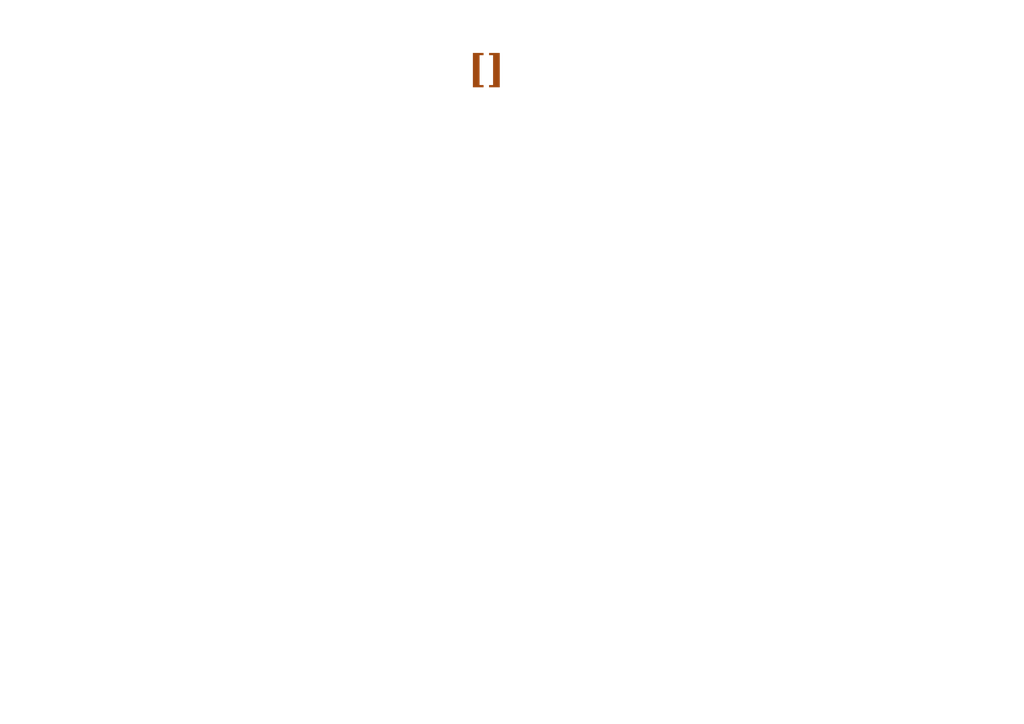
<source format=kicad_sch>
(kicad_sch
	(version 20231120)
	(generator "eeschema")
	(generator_version "8.0")
	(uuid "b7ce2658-0c16-417c-9e64-5f86ab89a607")
	(paper "A4")
	(title_block
		(title "Cell_Sentinel")
		(date "2024-11-05")
		(rev "1.0.0")
	)
	(lib_symbols)
	(text "[${#}] ${SHEETNAME}"
		(exclude_from_sim no)
		(at 143.002 22.86 0)
		(effects
			(font
				(face "Times New Roman")
				(size 8 8)
				(thickness 1.6)
				(bold yes)
				(color 159 72 15 1)
			)
		)
		(uuid "e861d57a-22d0-4f2f-b02e-9b7caf804e39")
	)
)

</source>
